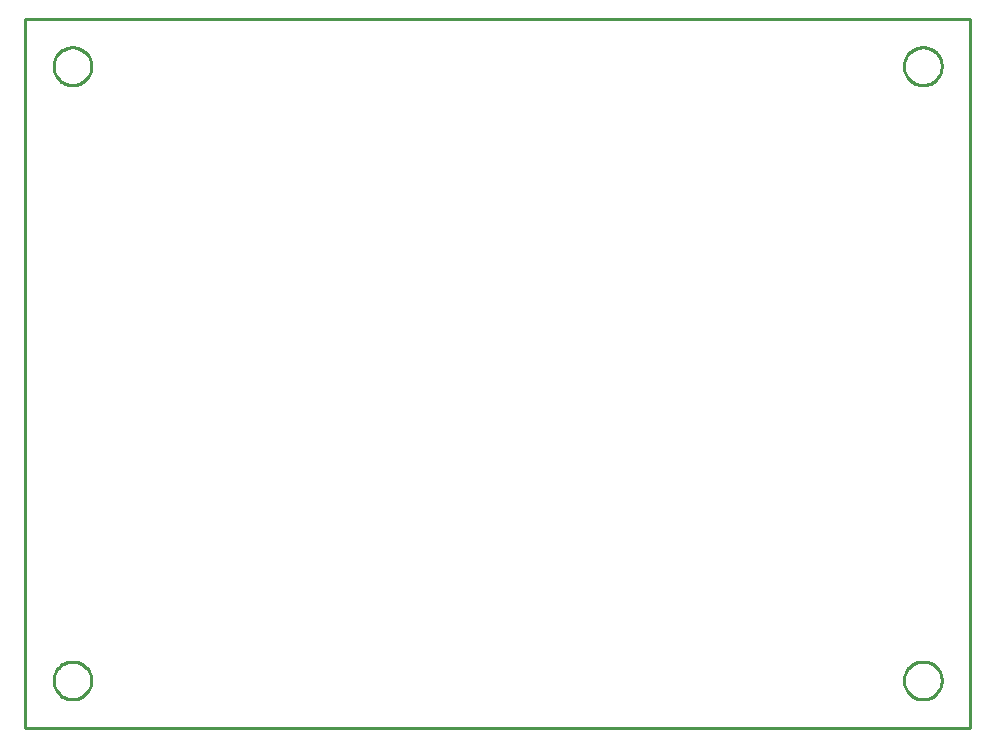
<source format=gbr>
G04 EAGLE Gerber RS-274X export*
G75*
%MOMM*%
%FSLAX34Y34*%
%LPD*%
%IN*%
%IPPOS*%
%AMOC8*
5,1,8,0,0,1.08239X$1,22.5*%
G01*
%ADD10C,0.254000*%


D10*
X0Y0D02*
X800000Y0D01*
X800000Y600000D01*
X0Y600000D01*
X0Y0D01*
X776000Y559476D02*
X775932Y558431D01*
X775795Y557392D01*
X775590Y556365D01*
X775319Y555353D01*
X774983Y554361D01*
X774582Y553393D01*
X774118Y552454D01*
X773595Y551546D01*
X773013Y550675D01*
X772375Y549844D01*
X771684Y549057D01*
X770943Y548316D01*
X770156Y547625D01*
X769325Y546988D01*
X768454Y546406D01*
X767546Y545882D01*
X766607Y545418D01*
X765639Y545017D01*
X764647Y544681D01*
X763635Y544410D01*
X762608Y544205D01*
X761569Y544069D01*
X760524Y544000D01*
X759476Y544000D01*
X758431Y544069D01*
X757392Y544205D01*
X756365Y544410D01*
X755353Y544681D01*
X754361Y545017D01*
X753393Y545418D01*
X752454Y545882D01*
X751546Y546406D01*
X750675Y546988D01*
X749844Y547625D01*
X749057Y548316D01*
X748316Y549057D01*
X747625Y549844D01*
X746988Y550675D01*
X746406Y551546D01*
X745882Y552454D01*
X745418Y553393D01*
X745017Y554361D01*
X744681Y555353D01*
X744410Y556365D01*
X744205Y557392D01*
X744069Y558431D01*
X744000Y559476D01*
X744000Y560524D01*
X744069Y561569D01*
X744205Y562608D01*
X744410Y563635D01*
X744681Y564647D01*
X745017Y565639D01*
X745418Y566607D01*
X745882Y567546D01*
X746406Y568454D01*
X746988Y569325D01*
X747625Y570156D01*
X748316Y570943D01*
X749057Y571684D01*
X749844Y572375D01*
X750675Y573013D01*
X751546Y573595D01*
X752454Y574118D01*
X753393Y574582D01*
X754361Y574983D01*
X755353Y575319D01*
X756365Y575590D01*
X757392Y575795D01*
X758431Y575932D01*
X759476Y576000D01*
X760524Y576000D01*
X761569Y575932D01*
X762608Y575795D01*
X763635Y575590D01*
X764647Y575319D01*
X765639Y574983D01*
X766607Y574582D01*
X767546Y574118D01*
X768454Y573595D01*
X769325Y573013D01*
X770156Y572375D01*
X770943Y571684D01*
X771684Y570943D01*
X772375Y570156D01*
X773013Y569325D01*
X773595Y568454D01*
X774118Y567546D01*
X774582Y566607D01*
X774983Y565639D01*
X775319Y564647D01*
X775590Y563635D01*
X775795Y562608D01*
X775932Y561569D01*
X776000Y560524D01*
X776000Y559476D01*
X776000Y39476D02*
X775932Y38431D01*
X775795Y37392D01*
X775590Y36365D01*
X775319Y35353D01*
X774983Y34361D01*
X774582Y33393D01*
X774118Y32454D01*
X773595Y31546D01*
X773013Y30675D01*
X772375Y29844D01*
X771684Y29057D01*
X770943Y28316D01*
X770156Y27625D01*
X769325Y26988D01*
X768454Y26406D01*
X767546Y25882D01*
X766607Y25418D01*
X765639Y25017D01*
X764647Y24681D01*
X763635Y24410D01*
X762608Y24205D01*
X761569Y24069D01*
X760524Y24000D01*
X759476Y24000D01*
X758431Y24069D01*
X757392Y24205D01*
X756365Y24410D01*
X755353Y24681D01*
X754361Y25017D01*
X753393Y25418D01*
X752454Y25882D01*
X751546Y26406D01*
X750675Y26988D01*
X749844Y27625D01*
X749057Y28316D01*
X748316Y29057D01*
X747625Y29844D01*
X746988Y30675D01*
X746406Y31546D01*
X745882Y32454D01*
X745418Y33393D01*
X745017Y34361D01*
X744681Y35353D01*
X744410Y36365D01*
X744205Y37392D01*
X744069Y38431D01*
X744000Y39476D01*
X744000Y40524D01*
X744069Y41569D01*
X744205Y42608D01*
X744410Y43635D01*
X744681Y44647D01*
X745017Y45639D01*
X745418Y46607D01*
X745882Y47546D01*
X746406Y48454D01*
X746988Y49325D01*
X747625Y50156D01*
X748316Y50943D01*
X749057Y51684D01*
X749844Y52375D01*
X750675Y53013D01*
X751546Y53595D01*
X752454Y54118D01*
X753393Y54582D01*
X754361Y54983D01*
X755353Y55319D01*
X756365Y55590D01*
X757392Y55795D01*
X758431Y55932D01*
X759476Y56000D01*
X760524Y56000D01*
X761569Y55932D01*
X762608Y55795D01*
X763635Y55590D01*
X764647Y55319D01*
X765639Y54983D01*
X766607Y54582D01*
X767546Y54118D01*
X768454Y53595D01*
X769325Y53013D01*
X770156Y52375D01*
X770943Y51684D01*
X771684Y50943D01*
X772375Y50156D01*
X773013Y49325D01*
X773595Y48454D01*
X774118Y47546D01*
X774582Y46607D01*
X774983Y45639D01*
X775319Y44647D01*
X775590Y43635D01*
X775795Y42608D01*
X775932Y41569D01*
X776000Y40524D01*
X776000Y39476D01*
X56000Y39476D02*
X55932Y38431D01*
X55795Y37392D01*
X55590Y36365D01*
X55319Y35353D01*
X54983Y34361D01*
X54582Y33393D01*
X54118Y32454D01*
X53595Y31546D01*
X53013Y30675D01*
X52375Y29844D01*
X51684Y29057D01*
X50943Y28316D01*
X50156Y27625D01*
X49325Y26988D01*
X48454Y26406D01*
X47546Y25882D01*
X46607Y25418D01*
X45639Y25017D01*
X44647Y24681D01*
X43635Y24410D01*
X42608Y24205D01*
X41569Y24069D01*
X40524Y24000D01*
X39476Y24000D01*
X38431Y24069D01*
X37392Y24205D01*
X36365Y24410D01*
X35353Y24681D01*
X34361Y25017D01*
X33393Y25418D01*
X32454Y25882D01*
X31546Y26406D01*
X30675Y26988D01*
X29844Y27625D01*
X29057Y28316D01*
X28316Y29057D01*
X27625Y29844D01*
X26988Y30675D01*
X26406Y31546D01*
X25882Y32454D01*
X25418Y33393D01*
X25017Y34361D01*
X24681Y35353D01*
X24410Y36365D01*
X24205Y37392D01*
X24069Y38431D01*
X24000Y39476D01*
X24000Y40524D01*
X24069Y41569D01*
X24205Y42608D01*
X24410Y43635D01*
X24681Y44647D01*
X25017Y45639D01*
X25418Y46607D01*
X25882Y47546D01*
X26406Y48454D01*
X26988Y49325D01*
X27625Y50156D01*
X28316Y50943D01*
X29057Y51684D01*
X29844Y52375D01*
X30675Y53013D01*
X31546Y53595D01*
X32454Y54118D01*
X33393Y54582D01*
X34361Y54983D01*
X35353Y55319D01*
X36365Y55590D01*
X37392Y55795D01*
X38431Y55932D01*
X39476Y56000D01*
X40524Y56000D01*
X41569Y55932D01*
X42608Y55795D01*
X43635Y55590D01*
X44647Y55319D01*
X45639Y54983D01*
X46607Y54582D01*
X47546Y54118D01*
X48454Y53595D01*
X49325Y53013D01*
X50156Y52375D01*
X50943Y51684D01*
X51684Y50943D01*
X52375Y50156D01*
X53013Y49325D01*
X53595Y48454D01*
X54118Y47546D01*
X54582Y46607D01*
X54983Y45639D01*
X55319Y44647D01*
X55590Y43635D01*
X55795Y42608D01*
X55932Y41569D01*
X56000Y40524D01*
X56000Y39476D01*
X56000Y559476D02*
X55932Y558431D01*
X55795Y557392D01*
X55590Y556365D01*
X55319Y555353D01*
X54983Y554361D01*
X54582Y553393D01*
X54118Y552454D01*
X53595Y551546D01*
X53013Y550675D01*
X52375Y549844D01*
X51684Y549057D01*
X50943Y548316D01*
X50156Y547625D01*
X49325Y546988D01*
X48454Y546406D01*
X47546Y545882D01*
X46607Y545418D01*
X45639Y545017D01*
X44647Y544681D01*
X43635Y544410D01*
X42608Y544205D01*
X41569Y544069D01*
X40524Y544000D01*
X39476Y544000D01*
X38431Y544069D01*
X37392Y544205D01*
X36365Y544410D01*
X35353Y544681D01*
X34361Y545017D01*
X33393Y545418D01*
X32454Y545882D01*
X31546Y546406D01*
X30675Y546988D01*
X29844Y547625D01*
X29057Y548316D01*
X28316Y549057D01*
X27625Y549844D01*
X26988Y550675D01*
X26406Y551546D01*
X25882Y552454D01*
X25418Y553393D01*
X25017Y554361D01*
X24681Y555353D01*
X24410Y556365D01*
X24205Y557392D01*
X24069Y558431D01*
X24000Y559476D01*
X24000Y560524D01*
X24069Y561569D01*
X24205Y562608D01*
X24410Y563635D01*
X24681Y564647D01*
X25017Y565639D01*
X25418Y566607D01*
X25882Y567546D01*
X26406Y568454D01*
X26988Y569325D01*
X27625Y570156D01*
X28316Y570943D01*
X29057Y571684D01*
X29844Y572375D01*
X30675Y573013D01*
X31546Y573595D01*
X32454Y574118D01*
X33393Y574582D01*
X34361Y574983D01*
X35353Y575319D01*
X36365Y575590D01*
X37392Y575795D01*
X38431Y575932D01*
X39476Y576000D01*
X40524Y576000D01*
X41569Y575932D01*
X42608Y575795D01*
X43635Y575590D01*
X44647Y575319D01*
X45639Y574983D01*
X46607Y574582D01*
X47546Y574118D01*
X48454Y573595D01*
X49325Y573013D01*
X50156Y572375D01*
X50943Y571684D01*
X51684Y570943D01*
X52375Y570156D01*
X53013Y569325D01*
X53595Y568454D01*
X54118Y567546D01*
X54582Y566607D01*
X54983Y565639D01*
X55319Y564647D01*
X55590Y563635D01*
X55795Y562608D01*
X55932Y561569D01*
X56000Y560524D01*
X56000Y559476D01*
M02*

</source>
